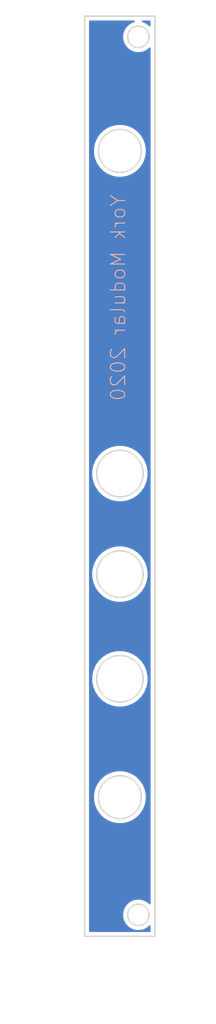
<source format=kicad_pcb>
(kicad_pcb (version 20171130) (host pcbnew 5.1.7-a382d34a8~87~ubuntu18.04.1)

  (general
    (thickness 1.6)
    (drawings 22)
    (tracks 0)
    (zones 0)
    (modules 0)
    (nets 1)
  )

  (page A4)
  (layers
    (0 F.Cu signal)
    (31 B.Cu signal)
    (32 B.Adhes user)
    (33 F.Adhes user)
    (34 B.Paste user)
    (35 F.Paste user)
    (36 B.SilkS user)
    (37 F.SilkS user)
    (38 B.Mask user)
    (39 F.Mask user)
    (40 Dwgs.User user)
    (41 Cmts.User user)
    (42 Eco1.User user)
    (43 Eco2.User user)
    (44 Edge.Cuts user)
    (45 Margin user)
    (46 B.CrtYd user)
    (47 F.CrtYd user)
    (48 B.Fab user)
    (49 F.Fab user)
  )

  (setup
    (last_trace_width 0.25)
    (trace_clearance 0.2)
    (zone_clearance 0.508)
    (zone_45_only no)
    (trace_min 0.2)
    (via_size 0.8)
    (via_drill 0.4)
    (via_min_size 0.4)
    (via_min_drill 0.3)
    (uvia_size 0.3)
    (uvia_drill 0.1)
    (uvias_allowed no)
    (uvia_min_size 0.2)
    (uvia_min_drill 0.1)
    (edge_width 0.05)
    (segment_width 0.2)
    (pcb_text_width 0.3)
    (pcb_text_size 1.5 1.5)
    (mod_edge_width 0.12)
    (mod_text_size 1 1)
    (mod_text_width 0.15)
    (pad_size 1.524 1.524)
    (pad_drill 0.762)
    (pad_to_mask_clearance 0.051)
    (solder_mask_min_width 0.25)
    (aux_axis_origin 0 0)
    (grid_origin 127.2798 151.896)
    (visible_elements FFFFFF7F)
    (pcbplotparams
      (layerselection 0x010fc_ffffffff)
      (usegerberextensions true)
      (usegerberattributes false)
      (usegerberadvancedattributes false)
      (creategerberjobfile false)
      (excludeedgelayer true)
      (linewidth 0.100000)
      (plotframeref false)
      (viasonmask false)
      (mode 1)
      (useauxorigin false)
      (hpglpennumber 1)
      (hpglpenspeed 20)
      (hpglpendiameter 15.000000)
      (psnegative false)
      (psa4output false)
      (plotreference true)
      (plotvalue true)
      (plotinvisibletext false)
      (padsonsilk false)
      (subtractmaskfromsilk false)
      (outputformat 1)
      (mirror false)
      (drillshape 0)
      (scaleselection 1)
      (outputdirectory "gerbers"))
  )

  (net 0 "")

  (net_class Default "This is the default net class."
    (clearance 0.2)
    (trace_width 0.25)
    (via_dia 0.8)
    (via_drill 0.4)
    (uvia_dia 0.3)
    (uvia_drill 0.1)
  )

  (gr_text OUT (at 132.207 141.8082) (layer F.Cu) (tstamp 5E6E1450)
    (effects (font (size 2 2) (thickness 0.5)))
  )
  (gr_text RES (at 132.1562 124.8029) (layer F.Cu) (tstamp 5E6E14CA)
    (effects (font (size 2 2) (thickness 0.5)))
  )
  (gr_text CUT (at 132.1054 94.1324) (layer F.Cu) (tstamp 5E6E144A)
    (effects (font (size 2 2) (thickness 0.5)))
  )
  (gr_text BPF (at 132.1435 67.9069) (layer F.Cu) (tstamp 5E6E1447)
    (effects (font (size 4 2.5) (thickness 0.5)))
  )
  (gr_text IN (at 132.2324 50.6476) (layer F.Cu) (tstamp 5E6E14AA)
    (effects (font (size 2 2) (thickness 0.5)))
  )
  (gr_text "York Modular 2020" (at 131.95 62.8 90) (layer B.SilkS)
    (effects (font (size 2 2) (thickness 0.15)) (justify mirror))
  )
  (gr_text BPF (at 132.15 67.9) (layer F.Mask)
    (effects (font (size 4 2.5) (thickness 0.5)))
  )
  (gr_text OUT (at 132.2 141.8) (layer F.Mask) (tstamp 5E5BE36B)
    (effects (font (size 2 2) (thickness 0.5)))
  )
  (gr_text RES (at 132.15 124.8) (layer F.Mask) (tstamp 5E5BE36B)
    (effects (font (size 2 2) (thickness 0.5)))
  )
  (gr_text CUT (at 132.1 94.15) (layer F.Mask) (tstamp 5E5BE36B)
    (effects (font (size 2 2) (thickness 0.5)))
  )
  (gr_text IN (at 132.25 50.65) (layer F.Mask)
    (effects (font (size 2 2) (thickness 0.5)))
  )
  (gr_circle (center 132.1998 101.356) (end 135.4498 101.356) (layer Edge.Cuts) (width 0.2))
  (gr_circle (center 132.1998 42.296) (end 135.1998 42.296) (layer Edge.Cuts) (width 0.2))
  (gr_circle (center 132.1998 132.476) (end 135.1998 132.476) (layer Edge.Cuts) (width 0.2))
  (gr_circle (center 132.1998 115.966) (end 135.4498 115.966) (layer Edge.Cuts) (width 0.2))
  (gr_circle (center 132.1998 87.325) (end 135.4498 87.325) (layer Edge.Cuts) (width 0.2))
  (gr_line (start 137.0998 23.496) (end 137.0998 151.896) (layer Edge.Cuts) (width 0.2))
  (gr_line (start 137.0998 151.896) (end 127.2798 151.896) (layer Edge.Cuts) (width 0.2))
  (gr_circle (center 134.7798 148.896) (end 136.2798 148.896) (layer Edge.Cuts) (width 0.2))
  (gr_circle (center 134.7798 26.396) (end 136.2798 26.396) (layer Edge.Cuts) (width 0.2))
  (gr_line (start 127.2798 151.896) (end 127.2798 23.496) (layer Edge.Cuts) (width 0.2))
  (gr_line (start 127.2798 23.496) (end 137.0998 23.496) (layer Edge.Cuts) (width 0.2))

  (zone (net 0) (net_name "") (layer B.Cu) (tstamp 60004E6D) (hatch edge 0.508)
    (connect_pads (clearance 0.508))
    (min_thickness 0.254)
    (fill yes (arc_segments 32) (thermal_gap 0.508) (thermal_bridge_width 0.508))
    (polygon
      (pts
        (xy 145.65 22.8) (xy 143 164.15) (xy 115.45 155.95) (xy 116.1 142.75) (xy 120.75 21.25)
      )
    )
    (filled_polygon
      (pts
        (xy 134.125208 24.2381) (xy 133.7168 24.407268) (xy 133.349243 24.652861) (xy 133.036661 24.965443) (xy 132.791068 25.333)
        (xy 132.6219 25.741408) (xy 132.535658 26.174971) (xy 132.535658 26.617029) (xy 132.6219 27.050592) (xy 132.791068 27.459)
        (xy 133.036661 27.826557) (xy 133.349243 28.139139) (xy 133.7168 28.384732) (xy 134.125208 28.5539) (xy 134.558771 28.640142)
        (xy 135.000829 28.640142) (xy 135.434392 28.5539) (xy 135.8428 28.384732) (xy 136.210357 28.139139) (xy 136.3648 27.984696)
        (xy 136.364801 147.307305) (xy 136.210357 147.152861) (xy 135.8428 146.907268) (xy 135.434392 146.7381) (xy 135.000829 146.651858)
        (xy 134.558771 146.651858) (xy 134.125208 146.7381) (xy 133.7168 146.907268) (xy 133.349243 147.152861) (xy 133.036661 147.465443)
        (xy 132.791068 147.833) (xy 132.6219 148.241408) (xy 132.535658 148.674971) (xy 132.535658 149.117029) (xy 132.6219 149.550592)
        (xy 132.791068 149.959) (xy 133.036661 150.326557) (xy 133.349243 150.639139) (xy 133.7168 150.884732) (xy 134.125208 151.0539)
        (xy 134.558771 151.140142) (xy 135.000829 151.140142) (xy 135.434392 151.0539) (xy 135.8428 150.884732) (xy 136.210357 150.639139)
        (xy 136.364801 150.484695) (xy 136.364801 151.161) (xy 128.0148 151.161) (xy 128.0148 132.107946) (xy 128.462881 132.107946)
        (xy 128.462881 132.844054) (xy 128.606489 133.566019) (xy 128.888186 134.246095) (xy 129.297146 134.858147) (xy 129.817653 135.378654)
        (xy 130.429705 135.787614) (xy 131.109781 136.069311) (xy 131.831746 136.212919) (xy 132.567854 136.212919) (xy 133.289819 136.069311)
        (xy 133.969895 135.787614) (xy 134.581947 135.378654) (xy 135.102454 134.858147) (xy 135.511414 134.246095) (xy 135.793111 133.566019)
        (xy 135.936719 132.844054) (xy 135.936719 132.107946) (xy 135.793111 131.385981) (xy 135.511414 130.705905) (xy 135.102454 130.093853)
        (xy 134.581947 129.573346) (xy 133.969895 129.164386) (xy 133.289819 128.882689) (xy 132.567854 128.739081) (xy 131.831746 128.739081)
        (xy 131.109781 128.882689) (xy 130.429705 129.164386) (xy 129.817653 129.573346) (xy 129.297146 130.093853) (xy 128.888186 130.705905)
        (xy 128.606489 131.385981) (xy 128.462881 132.107946) (xy 128.0148 132.107946) (xy 128.0148 115.573441) (xy 128.214085 115.573441)
        (xy 128.214085 116.358559) (xy 128.367254 117.12859) (xy 128.667705 117.853944) (xy 129.103893 118.506745) (xy 129.659055 119.061907)
        (xy 130.311856 119.498095) (xy 131.03721 119.798546) (xy 131.807241 119.951715) (xy 132.592359 119.951715) (xy 133.36239 119.798546)
        (xy 134.087744 119.498095) (xy 134.740545 119.061907) (xy 135.295707 118.506745) (xy 135.731895 117.853944) (xy 136.032346 117.12859)
        (xy 136.185515 116.358559) (xy 136.185515 115.573441) (xy 136.032346 114.80341) (xy 135.731895 114.078056) (xy 135.295707 113.425255)
        (xy 134.740545 112.870093) (xy 134.087744 112.433905) (xy 133.36239 112.133454) (xy 132.592359 111.980285) (xy 131.807241 111.980285)
        (xy 131.03721 112.133454) (xy 130.311856 112.433905) (xy 129.659055 112.870093) (xy 129.103893 113.425255) (xy 128.667705 114.078056)
        (xy 128.367254 114.80341) (xy 128.214085 115.573441) (xy 128.0148 115.573441) (xy 128.0148 100.963441) (xy 128.214085 100.963441)
        (xy 128.214085 101.748559) (xy 128.367254 102.51859) (xy 128.667705 103.243944) (xy 129.103893 103.896745) (xy 129.659055 104.451907)
        (xy 130.311856 104.888095) (xy 131.03721 105.188546) (xy 131.807241 105.341715) (xy 132.592359 105.341715) (xy 133.36239 105.188546)
        (xy 134.087744 104.888095) (xy 134.740545 104.451907) (xy 135.295707 103.896745) (xy 135.731895 103.243944) (xy 136.032346 102.51859)
        (xy 136.185515 101.748559) (xy 136.185515 100.963441) (xy 136.032346 100.19341) (xy 135.731895 99.468056) (xy 135.295707 98.815255)
        (xy 134.740545 98.260093) (xy 134.087744 97.823905) (xy 133.36239 97.523454) (xy 132.592359 97.370285) (xy 131.807241 97.370285)
        (xy 131.03721 97.523454) (xy 130.311856 97.823905) (xy 129.659055 98.260093) (xy 129.103893 98.815255) (xy 128.667705 99.468056)
        (xy 128.367254 100.19341) (xy 128.214085 100.963441) (xy 128.0148 100.963441) (xy 128.0148 86.932441) (xy 128.214085 86.932441)
        (xy 128.214085 87.717559) (xy 128.367254 88.48759) (xy 128.667705 89.212944) (xy 129.103893 89.865745) (xy 129.659055 90.420907)
        (xy 130.311856 90.857095) (xy 131.03721 91.157546) (xy 131.807241 91.310715) (xy 132.592359 91.310715) (xy 133.36239 91.157546)
        (xy 134.087744 90.857095) (xy 134.740545 90.420907) (xy 135.295707 89.865745) (xy 135.731895 89.212944) (xy 136.032346 88.48759)
        (xy 136.185515 87.717559) (xy 136.185515 86.932441) (xy 136.032346 86.16241) (xy 135.731895 85.437056) (xy 135.295707 84.784255)
        (xy 134.740545 84.229093) (xy 134.087744 83.792905) (xy 133.36239 83.492454) (xy 132.592359 83.339285) (xy 131.807241 83.339285)
        (xy 131.03721 83.492454) (xy 130.311856 83.792905) (xy 129.659055 84.229093) (xy 129.103893 84.784255) (xy 128.667705 85.437056)
        (xy 128.367254 86.16241) (xy 128.214085 86.932441) (xy 128.0148 86.932441) (xy 128.0148 41.927946) (xy 128.462881 41.927946)
        (xy 128.462881 42.664054) (xy 128.606489 43.386019) (xy 128.888186 44.066095) (xy 129.297146 44.678147) (xy 129.817653 45.198654)
        (xy 130.429705 45.607614) (xy 131.109781 45.889311) (xy 131.831746 46.032919) (xy 132.567854 46.032919) (xy 133.289819 45.889311)
        (xy 133.969895 45.607614) (xy 134.581947 45.198654) (xy 135.102454 44.678147) (xy 135.511414 44.066095) (xy 135.793111 43.386019)
        (xy 135.936719 42.664054) (xy 135.936719 41.927946) (xy 135.793111 41.205981) (xy 135.511414 40.525905) (xy 135.102454 39.913853)
        (xy 134.581947 39.393346) (xy 133.969895 38.984386) (xy 133.289819 38.702689) (xy 132.567854 38.559081) (xy 131.831746 38.559081)
        (xy 131.109781 38.702689) (xy 130.429705 38.984386) (xy 129.817653 39.393346) (xy 129.297146 39.913853) (xy 128.888186 40.525905)
        (xy 128.606489 41.205981) (xy 128.462881 41.927946) (xy 128.0148 41.927946) (xy 128.0148 24.231) (xy 134.160902 24.231)
      )
    )
    (filled_polygon
      (pts
        (xy 136.3648 24.807304) (xy 136.210357 24.652861) (xy 135.8428 24.407268) (xy 135.434392 24.2381) (xy 135.398698 24.231)
        (xy 136.3648 24.231)
      )
    )
  )
)

</source>
